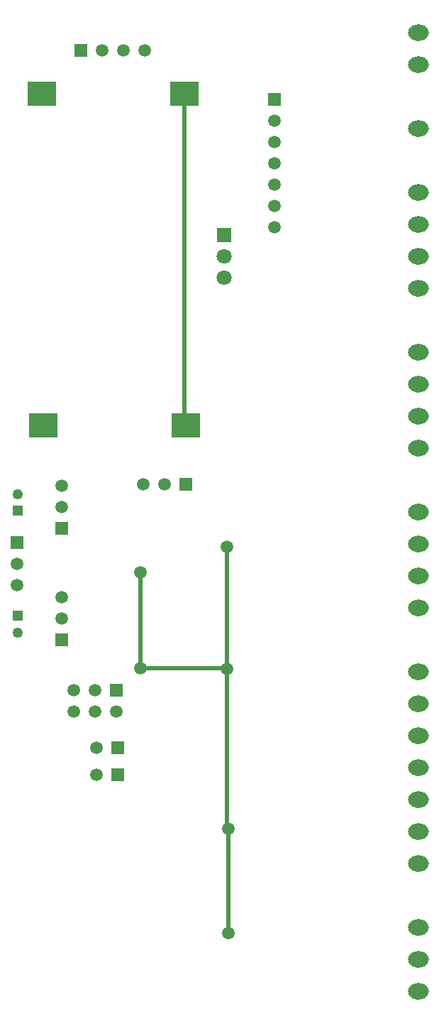
<source format=gbr>
G04 DipTrace 3.3.1.3*
G04 Top.gbr*
%MOIN*%
G04 #@! TF.FileFunction,Copper,L1,Top*
G04 #@! TF.Part,Single*
%AMOUTLINE3*
4,1,20,
0.0,0.03937,
0.015208,0.037443,
0.028926,0.031851,
0.039814,0.023141,
0.046804,0.012166,
0.049213,0.0,
0.046804,-0.012166,
0.039814,-0.023141,
0.028926,-0.031851,
0.015208,-0.037443,
0.0,-0.03937,
-0.015208,-0.037443,
-0.028926,-0.031851,
-0.039814,-0.023141,
-0.046804,-0.012166,
-0.049213,0.0,
-0.046804,0.012166,
-0.039814,0.023141,
-0.028926,0.031851,
-0.015208,0.037443,
0.0,0.03937,
0*%
G04 #@! TA.AperFunction,Conductor*
%ADD13C,0.019685*%
G04 #@! TA.AperFunction,ComponentPad*
%ADD21R,0.049213X0.049213*%
%ADD22C,0.049213*%
%ADD24R,0.059055X0.059055*%
%ADD25C,0.059055*%
%ADD37R,0.137795X0.11811*%
%ADD40R,0.070866X0.070866*%
%ADD41C,0.070866*%
G04 #@! TA.AperFunction,ViaPad*
%ADD42C,0.059055*%
G04 #@! TA.AperFunction,ComponentPad*
%ADD97OUTLINE3*%
%FSLAX26Y26*%
G04*
G70*
G90*
G75*
G01*
G04 Top*
%LPD*%
X1118702Y2612450D2*
D13*
X1118701Y2162450D1*
X1518702D1*
X1524951Y2156201D1*
Y2731201D1*
Y2156201D2*
Y1412450D1*
X1531201Y1406201D1*
X1531202Y918701D2*
Y1406199D1*
X1531201Y1406201D1*
X1324942Y4856211D2*
Y3306211D1*
X1331202Y3299951D1*
D42*
X1118701Y2162450D3*
X1524951Y2156201D3*
X1531201Y1406201D3*
X1531202Y918701D3*
X1524951Y2731201D3*
X1118702Y2612450D3*
D21*
X543702Y2899950D3*
D22*
Y2978690D3*
D21*
X543701Y2406201D3*
D22*
Y2327461D3*
D24*
X1749951Y4831201D3*
D25*
Y4731201D3*
Y4631201D3*
Y4531201D3*
Y4431201D3*
Y4331201D3*
Y4231201D3*
D24*
X1006202Y2056201D3*
D25*
Y1956201D3*
X906202Y2056201D3*
Y1956201D3*
X806202Y2056201D3*
Y1956201D3*
D24*
X837450Y5062450D3*
D25*
X937450D3*
X1037450D3*
X1137450D3*
D24*
X537451Y2749951D3*
D25*
Y2649951D3*
Y2549951D3*
D24*
X1012451Y1787450D3*
D25*
X912451D3*
D24*
X1012451Y1662450D3*
D25*
X912451D3*
D24*
X1331202Y3024950D3*
D25*
X1231202D3*
X1131202D3*
D24*
X749951Y2293701D3*
D25*
Y2393701D3*
Y2493701D3*
D24*
Y2818701D3*
D25*
Y2918701D3*
Y3018701D3*
D37*
X1331202Y3299951D3*
X1324942Y4856211D3*
X662462Y3299951D3*
X656202Y4856211D3*
D40*
X1512453Y4193699D3*
D41*
Y3993699D3*
Y4093699D3*
D97*
X2424951Y644735D3*
Y794735D3*
Y944735D3*
Y1244735D3*
Y1394735D3*
Y1544735D3*
Y1694735D3*
Y1844735D3*
Y1994735D3*
Y2144735D3*
Y2594735D3*
Y2444735D3*
Y2744735D3*
Y2894735D3*
Y3194735D3*
Y3344735D3*
Y3494735D3*
Y3644735D3*
Y3944735D3*
Y4094735D3*
Y4244735D3*
Y4394735D3*
Y4694735D3*
Y4994735D3*
Y5144735D3*
M02*

</source>
